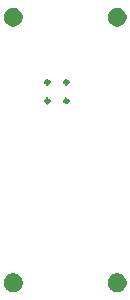
<source format=gbr>
G04 #@! TF.GenerationSoftware,KiCad,Pcbnew,5.1.0-060a0da~80~ubuntu18.04.1*
G04 #@! TF.CreationDate,2019-03-24T22:45:50+01:00*
G04 #@! TF.ProjectId,mav_psu,6d61765f-7073-4752-9e6b-696361645f70,rev?*
G04 #@! TF.SameCoordinates,Original*
G04 #@! TF.FileFunction,Soldermask,Bot*
G04 #@! TF.FilePolarity,Negative*
%FSLAX46Y46*%
G04 Gerber Fmt 4.6, Leading zero omitted, Abs format (unit mm)*
G04 Created by KiCad (PCBNEW 5.1.0-060a0da~80~ubuntu18.04.1) date 2019-03-24 22:45:50*
%MOMM*%
%LPD*%
G04 APERTURE LIST*
%ADD10C,0.350000*%
%ADD11C,0.100000*%
G04 APERTURE END LIST*
D10*
X116850000Y-118300000D02*
G75*
G03X116850000Y-118300000I-150000J0D01*
G01*
X118450000Y-118300000D02*
G75*
G03X118450000Y-118300000I-150000J0D01*
G01*
X118450000Y-116700000D02*
G75*
G03X118450000Y-116700000I-150000J0D01*
G01*
X116850000Y-116700000D02*
G75*
G03X116850000Y-116700000I-150000J0D01*
G01*
D11*
G36*
X122833351Y-132930743D02*
G01*
X122978942Y-132991049D01*
X123109970Y-133078599D01*
X123221401Y-133190030D01*
X123308951Y-133321058D01*
X123369257Y-133466649D01*
X123400000Y-133621207D01*
X123400000Y-133778793D01*
X123369257Y-133933351D01*
X123308951Y-134078942D01*
X123221401Y-134209970D01*
X123109970Y-134321401D01*
X122978942Y-134408951D01*
X122833351Y-134469257D01*
X122678793Y-134500000D01*
X122521207Y-134500000D01*
X122366649Y-134469257D01*
X122221058Y-134408951D01*
X122090030Y-134321401D01*
X121978599Y-134209970D01*
X121891049Y-134078942D01*
X121830743Y-133933351D01*
X121800000Y-133778793D01*
X121800000Y-133621207D01*
X121830743Y-133466649D01*
X121891049Y-133321058D01*
X121978599Y-133190030D01*
X122090030Y-133078599D01*
X122221058Y-132991049D01*
X122366649Y-132930743D01*
X122521207Y-132900000D01*
X122678793Y-132900000D01*
X122833351Y-132930743D01*
X122833351Y-132930743D01*
G37*
G36*
X114033351Y-132930743D02*
G01*
X114178942Y-132991049D01*
X114309970Y-133078599D01*
X114421401Y-133190030D01*
X114508951Y-133321058D01*
X114569257Y-133466649D01*
X114600000Y-133621207D01*
X114600000Y-133778793D01*
X114569257Y-133933351D01*
X114508951Y-134078942D01*
X114421401Y-134209970D01*
X114309970Y-134321401D01*
X114178942Y-134408951D01*
X114033351Y-134469257D01*
X113878793Y-134500000D01*
X113721207Y-134500000D01*
X113566649Y-134469257D01*
X113421058Y-134408951D01*
X113290030Y-134321401D01*
X113178599Y-134209970D01*
X113091049Y-134078942D01*
X113030743Y-133933351D01*
X113000000Y-133778793D01*
X113000000Y-133621207D01*
X113030743Y-133466649D01*
X113091049Y-133321058D01*
X113178599Y-133190030D01*
X113290030Y-133078599D01*
X113421058Y-132991049D01*
X113566649Y-132930743D01*
X113721207Y-132900000D01*
X113878793Y-132900000D01*
X114033351Y-132930743D01*
X114033351Y-132930743D01*
G37*
G36*
X122833351Y-110430743D02*
G01*
X122978942Y-110491049D01*
X123109970Y-110578599D01*
X123221401Y-110690030D01*
X123308951Y-110821058D01*
X123369257Y-110966649D01*
X123400000Y-111121207D01*
X123400000Y-111278793D01*
X123369257Y-111433351D01*
X123308951Y-111578942D01*
X123221401Y-111709970D01*
X123109970Y-111821401D01*
X122978942Y-111908951D01*
X122833351Y-111969257D01*
X122678793Y-112000000D01*
X122521207Y-112000000D01*
X122366649Y-111969257D01*
X122221058Y-111908951D01*
X122090030Y-111821401D01*
X121978599Y-111709970D01*
X121891049Y-111578942D01*
X121830743Y-111433351D01*
X121800000Y-111278793D01*
X121800000Y-111121207D01*
X121830743Y-110966649D01*
X121891049Y-110821058D01*
X121978599Y-110690030D01*
X122090030Y-110578599D01*
X122221058Y-110491049D01*
X122366649Y-110430743D01*
X122521207Y-110400000D01*
X122678793Y-110400000D01*
X122833351Y-110430743D01*
X122833351Y-110430743D01*
G37*
G36*
X114033351Y-110430743D02*
G01*
X114178942Y-110491049D01*
X114309970Y-110578599D01*
X114421401Y-110690030D01*
X114508951Y-110821058D01*
X114569257Y-110966649D01*
X114600000Y-111121207D01*
X114600000Y-111278793D01*
X114569257Y-111433351D01*
X114508951Y-111578942D01*
X114421401Y-111709970D01*
X114309970Y-111821401D01*
X114178942Y-111908951D01*
X114033351Y-111969257D01*
X113878793Y-112000000D01*
X113721207Y-112000000D01*
X113566649Y-111969257D01*
X113421058Y-111908951D01*
X113290030Y-111821401D01*
X113178599Y-111709970D01*
X113091049Y-111578942D01*
X113030743Y-111433351D01*
X113000000Y-111278793D01*
X113000000Y-111121207D01*
X113030743Y-110966649D01*
X113091049Y-110821058D01*
X113178599Y-110690030D01*
X113290030Y-110578599D01*
X113421058Y-110491049D01*
X113566649Y-110430743D01*
X113721207Y-110400000D01*
X113878793Y-110400000D01*
X114033351Y-110430743D01*
X114033351Y-110430743D01*
G37*
M02*

</source>
